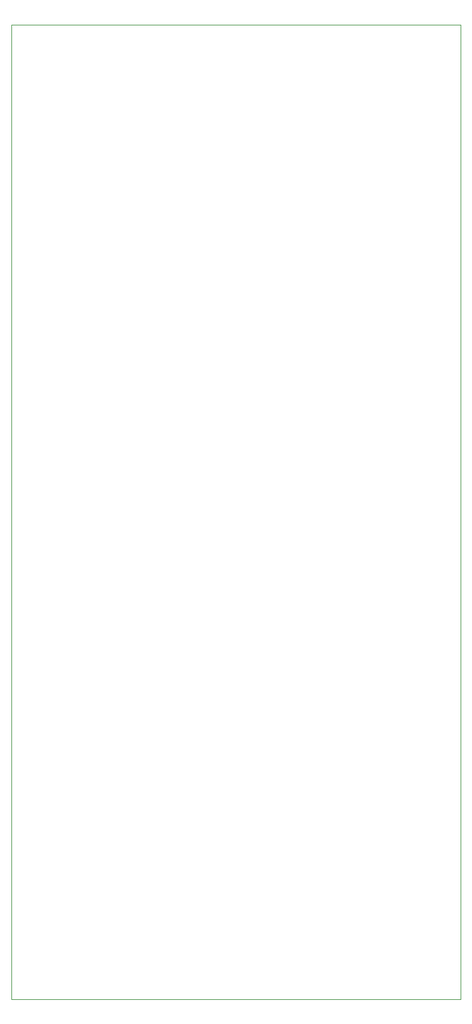
<source format=gm1>
G04 #@! TF.GenerationSoftware,KiCad,Pcbnew,(6.0.1)*
G04 #@! TF.CreationDate,2022-02-07T13:44:59+01:00*
G04 #@! TF.ProjectId,MS20-VCF,4d533230-2d56-4434-962e-6b696361645f,rev?*
G04 #@! TF.SameCoordinates,Original*
G04 #@! TF.FileFunction,Profile,NP*
%FSLAX46Y46*%
G04 Gerber Fmt 4.6, Leading zero omitted, Abs format (unit mm)*
G04 Created by KiCad (PCBNEW (6.0.1)) date 2022-02-07 13:44:59*
%MOMM*%
%LPD*%
G01*
G04 APERTURE LIST*
G04 #@! TA.AperFunction,Profile*
%ADD10C,0.050000*%
G04 #@! TD*
G04 APERTURE END LIST*
D10*
X237000000Y-26500000D02*
X237000000Y-156500000D01*
X177000000Y-156500000D02*
X176999999Y-151000001D01*
X177000000Y-26500000D02*
X176999999Y-151000001D01*
X237000000Y-156500000D02*
X177000000Y-156500000D01*
X177000000Y-26500000D02*
X237000000Y-26500000D01*
M02*

</source>
